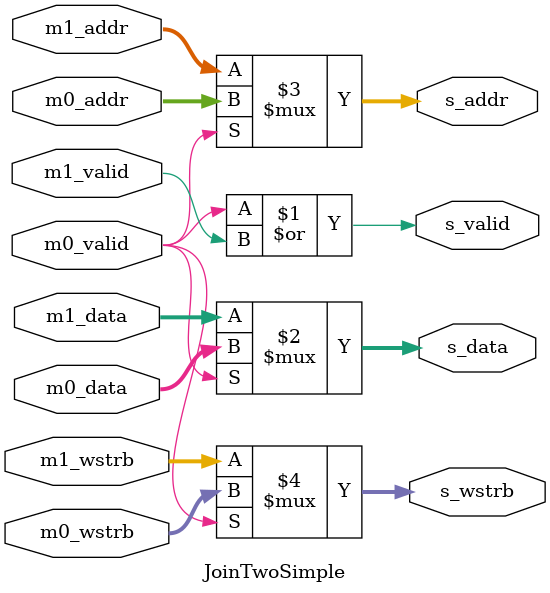
<source format=v>
`timescale 1ns / 1ps


module JoinTwoSimple #(
      parameter DATA_W = 32,
      parameter ADDR_W = 32      
   ) (
      input                   m0_valid,
      input [DATA_W-1:0]      m0_data,
      input [ADDR_W-1:0]      m0_addr,
      input [(DATA_W/8)-1:0]  m0_wstrb,

      input                   m1_valid,
      input [DATA_W-1:0]      m1_data,
      input [ADDR_W-1:0]      m1_addr,
      input [(DATA_W/8)-1:0]  m1_wstrb,

      output                  s_valid,
      output [DATA_W-1:0]     s_data,
      output [ADDR_W-1:0]     s_addr,
      output [(DATA_W/8)-1:0] s_wstrb
   );

assign s_valid = (m0_valid | m1_valid);
assign s_data =  (m0_valid ? m0_data  : m1_data);
assign s_addr =  (m0_valid ? m0_addr  : m1_addr);
assign s_wstrb = (m0_valid ? m0_wstrb : m1_wstrb);

endmodule
</source>
